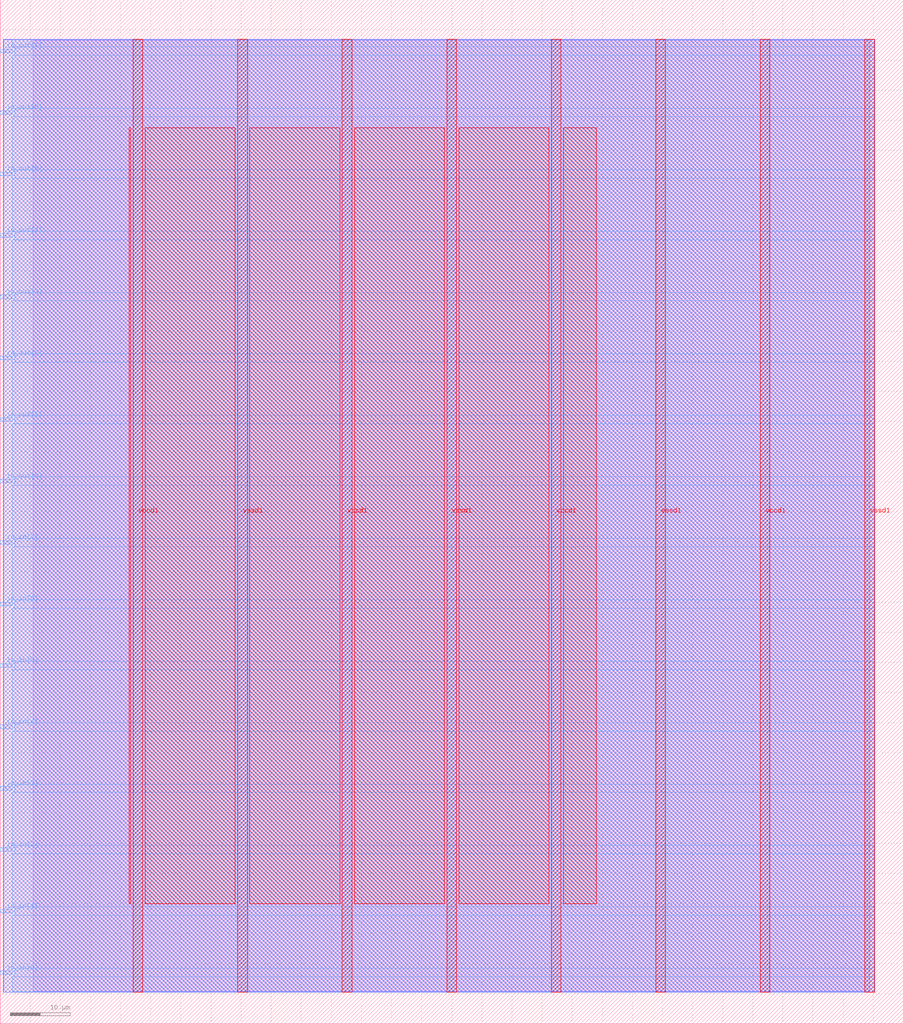
<source format=lef>
VERSION 5.7 ;
  NOWIREEXTENSIONATPIN ON ;
  DIVIDERCHAR "/" ;
  BUSBITCHARS "[]" ;
MACRO aidan_McCoy
  CLASS BLOCK ;
  FOREIGN aidan_McCoy ;
  ORIGIN 0.000 0.000 ;
  SIZE 150.000 BY 170.000 ;
  PIN io_in[0]
    DIRECTION INPUT ;
    USE SIGNAL ;
    PORT
      LAYER met3 ;
        RECT 0.000 8.200 2.000 8.800 ;
    END
  END io_in[0]
  PIN io_in[1]
    DIRECTION INPUT ;
    USE SIGNAL ;
    PORT
      LAYER met3 ;
        RECT 0.000 18.400 2.000 19.000 ;
    END
  END io_in[1]
  PIN io_in[2]
    DIRECTION INPUT ;
    USE SIGNAL ;
    PORT
      LAYER met3 ;
        RECT 0.000 28.600 2.000 29.200 ;
    END
  END io_in[2]
  PIN io_in[3]
    DIRECTION INPUT ;
    USE SIGNAL ;
    PORT
      LAYER met3 ;
        RECT 0.000 38.800 2.000 39.400 ;
    END
  END io_in[3]
  PIN io_in[4]
    DIRECTION INPUT ;
    USE SIGNAL ;
    PORT
      LAYER met3 ;
        RECT 0.000 49.000 2.000 49.600 ;
    END
  END io_in[4]
  PIN io_in[5]
    DIRECTION INPUT ;
    USE SIGNAL ;
    PORT
      LAYER met3 ;
        RECT 0.000 59.200 2.000 59.800 ;
    END
  END io_in[5]
  PIN io_in[6]
    DIRECTION INPUT ;
    USE SIGNAL ;
    PORT
      LAYER met3 ;
        RECT 0.000 69.400 2.000 70.000 ;
    END
  END io_in[6]
  PIN io_in[7]
    DIRECTION INPUT ;
    USE SIGNAL ;
    PORT
      LAYER met3 ;
        RECT 0.000 79.600 2.000 80.200 ;
    END
  END io_in[7]
  PIN io_out[0]
    DIRECTION OUTPUT TRISTATE ;
    USE SIGNAL ;
    PORT
      LAYER met3 ;
        RECT 0.000 89.800 2.000 90.400 ;
    END
  END io_out[0]
  PIN io_out[1]
    DIRECTION OUTPUT TRISTATE ;
    USE SIGNAL ;
    PORT
      LAYER met3 ;
        RECT 0.000 100.000 2.000 100.600 ;
    END
  END io_out[1]
  PIN io_out[2]
    DIRECTION OUTPUT TRISTATE ;
    USE SIGNAL ;
    PORT
      LAYER met3 ;
        RECT 0.000 110.200 2.000 110.800 ;
    END
  END io_out[2]
  PIN io_out[3]
    DIRECTION OUTPUT TRISTATE ;
    USE SIGNAL ;
    PORT
      LAYER met3 ;
        RECT 0.000 120.400 2.000 121.000 ;
    END
  END io_out[3]
  PIN io_out[4]
    DIRECTION OUTPUT TRISTATE ;
    USE SIGNAL ;
    PORT
      LAYER met3 ;
        RECT 0.000 130.600 2.000 131.200 ;
    END
  END io_out[4]
  PIN io_out[5]
    DIRECTION OUTPUT TRISTATE ;
    USE SIGNAL ;
    PORT
      LAYER met3 ;
        RECT 0.000 140.800 2.000 141.400 ;
    END
  END io_out[5]
  PIN io_out[6]
    DIRECTION OUTPUT TRISTATE ;
    USE SIGNAL ;
    PORT
      LAYER met3 ;
        RECT 0.000 151.000 2.000 151.600 ;
    END
  END io_out[6]
  PIN io_out[7]
    DIRECTION OUTPUT TRISTATE ;
    USE SIGNAL ;
    PORT
      LAYER met3 ;
        RECT 0.000 161.200 2.000 161.800 ;
    END
  END io_out[7]
  PIN vccd1
    DIRECTION INOUT ;
    USE POWER ;
    PORT
      LAYER met4 ;
        RECT 22.085 5.200 23.685 163.440 ;
    END
    PORT
      LAYER met4 ;
        RECT 56.815 5.200 58.415 163.440 ;
    END
    PORT
      LAYER met4 ;
        RECT 91.545 5.200 93.145 163.440 ;
    END
    PORT
      LAYER met4 ;
        RECT 126.275 5.200 127.875 163.440 ;
    END
  END vccd1
  PIN vssd1
    DIRECTION INOUT ;
    USE GROUND ;
    PORT
      LAYER met4 ;
        RECT 39.450 5.200 41.050 163.440 ;
    END
    PORT
      LAYER met4 ;
        RECT 74.180 5.200 75.780 163.440 ;
    END
    PORT
      LAYER met4 ;
        RECT 108.910 5.200 110.510 163.440 ;
    END
    PORT
      LAYER met4 ;
        RECT 143.640 5.200 145.240 163.440 ;
    END
  END vssd1
  OBS
      LAYER li1 ;
        RECT 5.520 5.355 144.440 163.285 ;
      LAYER met1 ;
        RECT 0.530 5.200 145.240 163.440 ;
      LAYER met2 ;
        RECT 0.560 5.255 145.210 163.385 ;
      LAYER met3 ;
        RECT 2.000 162.200 145.230 163.365 ;
        RECT 2.400 160.800 145.230 162.200 ;
        RECT 2.000 152.000 145.230 160.800 ;
        RECT 2.400 150.600 145.230 152.000 ;
        RECT 2.000 141.800 145.230 150.600 ;
        RECT 2.400 140.400 145.230 141.800 ;
        RECT 2.000 131.600 145.230 140.400 ;
        RECT 2.400 130.200 145.230 131.600 ;
        RECT 2.000 121.400 145.230 130.200 ;
        RECT 2.400 120.000 145.230 121.400 ;
        RECT 2.000 111.200 145.230 120.000 ;
        RECT 2.400 109.800 145.230 111.200 ;
        RECT 2.000 101.000 145.230 109.800 ;
        RECT 2.400 99.600 145.230 101.000 ;
        RECT 2.000 90.800 145.230 99.600 ;
        RECT 2.400 89.400 145.230 90.800 ;
        RECT 2.000 80.600 145.230 89.400 ;
        RECT 2.400 79.200 145.230 80.600 ;
        RECT 2.000 70.400 145.230 79.200 ;
        RECT 2.400 69.000 145.230 70.400 ;
        RECT 2.000 60.200 145.230 69.000 ;
        RECT 2.400 58.800 145.230 60.200 ;
        RECT 2.000 50.000 145.230 58.800 ;
        RECT 2.400 48.600 145.230 50.000 ;
        RECT 2.000 39.800 145.230 48.600 ;
        RECT 2.400 38.400 145.230 39.800 ;
        RECT 2.000 29.600 145.230 38.400 ;
        RECT 2.400 28.200 145.230 29.600 ;
        RECT 2.000 19.400 145.230 28.200 ;
        RECT 2.400 18.000 145.230 19.400 ;
        RECT 2.000 9.200 145.230 18.000 ;
        RECT 2.400 7.800 145.230 9.200 ;
        RECT 2.000 5.275 145.230 7.800 ;
      LAYER met4 ;
        RECT 21.455 19.895 21.685 148.745 ;
        RECT 24.085 19.895 39.050 148.745 ;
        RECT 41.450 19.895 56.415 148.745 ;
        RECT 58.815 19.895 73.780 148.745 ;
        RECT 76.180 19.895 91.145 148.745 ;
        RECT 93.545 19.895 99.065 148.745 ;
  END
END aidan_McCoy
END LIBRARY


</source>
